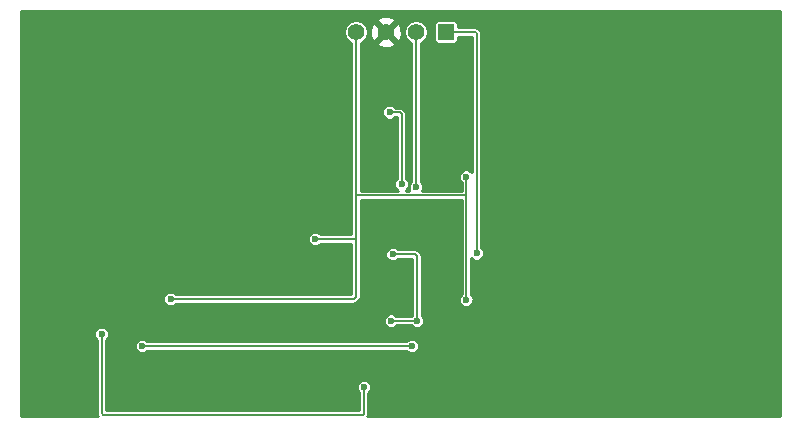
<source format=gbl>
G04 (created by PCBNEW (22-Jun-2014 BZR 4027)-stable) date Wed 20 Dec 2017 04:57:12 PM CST*
%MOIN*%
G04 Gerber Fmt 3.4, Leading zero omitted, Abs format*
%FSLAX34Y34*%
G01*
G70*
G90*
G04 APERTURE LIST*
%ADD10C,0.00393701*%
%ADD11R,0.055X0.055*%
%ADD12C,0.055*%
%ADD13C,0.023622*%
%ADD14C,0.00708661*%
%ADD15C,0.01*%
G04 APERTURE END LIST*
G54D10*
G54D11*
X100980Y-63840D03*
G54D12*
X99980Y-63840D03*
X98980Y-63840D03*
X97980Y-63840D03*
G54D13*
X101660Y-72760D03*
X101660Y-68660D03*
X96620Y-70740D03*
X91800Y-72740D03*
X89500Y-73920D03*
X98240Y-75680D03*
X98740Y-65280D03*
X98740Y-67700D03*
X97500Y-67700D03*
X89600Y-65500D03*
X95580Y-65500D03*
X87580Y-76300D03*
X87580Y-73920D03*
X100020Y-74640D03*
X99140Y-74640D03*
X99201Y-71238D03*
X100020Y-73460D03*
X99140Y-73460D03*
X102000Y-71220D03*
X99980Y-69020D03*
X90840Y-74300D03*
X99840Y-74300D03*
X99100Y-66520D03*
X99500Y-68920D03*
G54D14*
X101660Y-68660D02*
X101660Y-72760D01*
X97980Y-69280D02*
X101600Y-69280D01*
X101660Y-69220D02*
X101660Y-68660D01*
X101600Y-69280D02*
X101660Y-69220D01*
X97980Y-70740D02*
X96620Y-70740D01*
X97980Y-72660D02*
X97980Y-70740D01*
X97980Y-70740D02*
X97980Y-69280D01*
X97980Y-69280D02*
X97980Y-63840D01*
X97900Y-72740D02*
X97980Y-72660D01*
X91800Y-72740D02*
X97900Y-72740D01*
X89580Y-76600D02*
X89560Y-76600D01*
X89500Y-76500D02*
X89500Y-73920D01*
X98240Y-75680D02*
X98240Y-76560D01*
X98240Y-76560D02*
X98200Y-76600D01*
X98200Y-76600D02*
X89580Y-76600D01*
X89500Y-76540D02*
X89500Y-76500D01*
X89560Y-76600D02*
X89500Y-76540D01*
X98740Y-65660D02*
X98740Y-65280D01*
X98740Y-67700D02*
X98740Y-65660D01*
X97500Y-65620D02*
X97500Y-65540D01*
X97500Y-67700D02*
X97500Y-65620D01*
X95580Y-65500D02*
X97380Y-65500D01*
X97460Y-65500D02*
X97380Y-65500D01*
X97500Y-65540D02*
X97460Y-65500D01*
X89600Y-65500D02*
X95580Y-65500D01*
X87580Y-73920D02*
X87580Y-76300D01*
X99140Y-74640D02*
X100020Y-74640D01*
X99201Y-71238D02*
X99958Y-71238D01*
X100020Y-73460D02*
X100020Y-72056D01*
X100020Y-71300D02*
X100020Y-72056D01*
X99958Y-71238D02*
X100020Y-71300D01*
X99140Y-73460D02*
X100020Y-73460D01*
X101900Y-63840D02*
X101960Y-63840D01*
X102000Y-71220D02*
X102000Y-63940D01*
X100980Y-63840D02*
X101900Y-63840D01*
X102000Y-63880D02*
X102000Y-63940D01*
X101960Y-63840D02*
X102000Y-63880D01*
X99980Y-69020D02*
X99980Y-63840D01*
X99800Y-74300D02*
X99840Y-74300D01*
X90840Y-74300D02*
X99260Y-74300D01*
X99260Y-74300D02*
X99800Y-74300D01*
X99440Y-66520D02*
X99100Y-66520D01*
X99500Y-66580D02*
X99440Y-66520D01*
X99500Y-68920D02*
X99500Y-66580D01*
G54D10*
G36*
X112099Y-76649D02*
X102239Y-76649D01*
X102239Y-71172D01*
X102202Y-71084D01*
X102156Y-71038D01*
X102156Y-63940D01*
X102156Y-63880D01*
X102144Y-63820D01*
X102110Y-63769D01*
X102070Y-63729D01*
X102019Y-63695D01*
X101960Y-63683D01*
X101900Y-63683D01*
X101375Y-63683D01*
X101375Y-63541D01*
X101357Y-63496D01*
X101323Y-63462D01*
X101279Y-63444D01*
X101231Y-63444D01*
X100681Y-63444D01*
X100636Y-63462D01*
X100602Y-63496D01*
X100584Y-63540D01*
X100584Y-63588D01*
X100584Y-64138D01*
X100602Y-64183D01*
X100636Y-64217D01*
X100680Y-64235D01*
X100728Y-64235D01*
X101278Y-64235D01*
X101323Y-64217D01*
X101357Y-64183D01*
X101375Y-64139D01*
X101375Y-64091D01*
X101375Y-63996D01*
X101843Y-63996D01*
X101843Y-68505D01*
X101795Y-68457D01*
X101707Y-68421D01*
X101612Y-68420D01*
X101524Y-68457D01*
X101457Y-68524D01*
X101421Y-68612D01*
X101420Y-68707D01*
X101457Y-68795D01*
X101503Y-68841D01*
X101503Y-69123D01*
X100195Y-69123D01*
X100218Y-69067D01*
X100219Y-68972D01*
X100182Y-68884D01*
X100136Y-68838D01*
X100136Y-64203D01*
X100203Y-64175D01*
X100315Y-64064D01*
X100375Y-63919D01*
X100375Y-63761D01*
X100315Y-63616D01*
X100204Y-63504D01*
X100059Y-63444D01*
X99901Y-63444D01*
X99756Y-63504D01*
X99644Y-63615D01*
X99584Y-63760D01*
X99584Y-63918D01*
X99644Y-64063D01*
X99755Y-64175D01*
X99823Y-64203D01*
X99823Y-68838D01*
X99777Y-68884D01*
X99741Y-68972D01*
X99740Y-69067D01*
X99764Y-69123D01*
X99632Y-69123D01*
X99635Y-69122D01*
X99702Y-69055D01*
X99738Y-68967D01*
X99739Y-68872D01*
X99702Y-68784D01*
X99656Y-68738D01*
X99656Y-66580D01*
X99646Y-66530D01*
X99644Y-66520D01*
X99644Y-66520D01*
X99610Y-66469D01*
X99550Y-66409D01*
X99509Y-66382D01*
X99509Y-63915D01*
X99498Y-63707D01*
X99440Y-63567D01*
X99347Y-63542D01*
X99277Y-63613D01*
X99277Y-63472D01*
X99252Y-63379D01*
X99055Y-63310D01*
X98847Y-63321D01*
X98707Y-63379D01*
X98682Y-63472D01*
X98980Y-63769D01*
X99277Y-63472D01*
X99277Y-63613D01*
X99050Y-63840D01*
X99347Y-64137D01*
X99440Y-64112D01*
X99509Y-63915D01*
X99509Y-66382D01*
X99499Y-66375D01*
X99440Y-66363D01*
X99281Y-66363D01*
X99277Y-66359D01*
X99277Y-64207D01*
X98980Y-63910D01*
X98909Y-63981D01*
X98909Y-63840D01*
X98612Y-63542D01*
X98519Y-63567D01*
X98450Y-63764D01*
X98461Y-63972D01*
X98519Y-64112D01*
X98612Y-64137D01*
X98909Y-63840D01*
X98909Y-63981D01*
X98682Y-64207D01*
X98707Y-64300D01*
X98904Y-64369D01*
X99112Y-64358D01*
X99252Y-64300D01*
X99277Y-64207D01*
X99277Y-66359D01*
X99235Y-66317D01*
X99147Y-66281D01*
X99052Y-66280D01*
X98964Y-66317D01*
X98897Y-66384D01*
X98861Y-66472D01*
X98860Y-66567D01*
X98897Y-66655D01*
X98964Y-66722D01*
X99052Y-66758D01*
X99147Y-66759D01*
X99235Y-66722D01*
X99281Y-66676D01*
X99343Y-66676D01*
X99343Y-68738D01*
X99297Y-68784D01*
X99261Y-68872D01*
X99260Y-68967D01*
X99297Y-69055D01*
X99364Y-69122D01*
X99367Y-69123D01*
X98136Y-69123D01*
X98136Y-64203D01*
X98203Y-64175D01*
X98315Y-64064D01*
X98375Y-63919D01*
X98375Y-63761D01*
X98315Y-63616D01*
X98204Y-63504D01*
X98059Y-63444D01*
X97901Y-63444D01*
X97756Y-63504D01*
X97644Y-63615D01*
X97584Y-63760D01*
X97584Y-63918D01*
X97644Y-64063D01*
X97755Y-64175D01*
X97823Y-64203D01*
X97823Y-69280D01*
X97823Y-70583D01*
X96801Y-70583D01*
X96755Y-70537D01*
X96667Y-70501D01*
X96572Y-70500D01*
X96484Y-70537D01*
X96417Y-70604D01*
X96381Y-70692D01*
X96380Y-70787D01*
X96417Y-70875D01*
X96484Y-70942D01*
X96572Y-70978D01*
X96667Y-70979D01*
X96755Y-70942D01*
X96801Y-70896D01*
X97823Y-70896D01*
X97823Y-72583D01*
X91981Y-72583D01*
X91935Y-72537D01*
X91847Y-72501D01*
X91752Y-72500D01*
X91664Y-72537D01*
X91597Y-72604D01*
X91561Y-72692D01*
X91560Y-72787D01*
X91597Y-72875D01*
X91664Y-72942D01*
X91752Y-72978D01*
X91847Y-72979D01*
X91935Y-72942D01*
X91981Y-72896D01*
X97900Y-72896D01*
X97900Y-72896D01*
X97959Y-72884D01*
X98010Y-72850D01*
X98090Y-72770D01*
X98090Y-72770D01*
X98124Y-72719D01*
X98124Y-72719D01*
X98126Y-72709D01*
X98136Y-72660D01*
X98136Y-72660D01*
X98136Y-70740D01*
X98136Y-69436D01*
X101503Y-69436D01*
X101503Y-72578D01*
X101457Y-72624D01*
X101421Y-72712D01*
X101420Y-72807D01*
X101457Y-72895D01*
X101524Y-72962D01*
X101612Y-72998D01*
X101707Y-72999D01*
X101795Y-72962D01*
X101862Y-72895D01*
X101898Y-72807D01*
X101899Y-72712D01*
X101862Y-72624D01*
X101816Y-72578D01*
X101816Y-71374D01*
X101864Y-71422D01*
X101952Y-71458D01*
X102047Y-71459D01*
X102135Y-71422D01*
X102202Y-71355D01*
X102238Y-71267D01*
X102239Y-71172D01*
X102239Y-76649D01*
X100259Y-76649D01*
X100259Y-73412D01*
X100222Y-73324D01*
X100176Y-73278D01*
X100176Y-72056D01*
X100176Y-71300D01*
X100164Y-71240D01*
X100130Y-71189D01*
X100068Y-71127D01*
X100018Y-71094D01*
X99958Y-71082D01*
X99383Y-71082D01*
X99337Y-71035D01*
X99249Y-70999D01*
X99154Y-70999D01*
X99066Y-71035D01*
X98999Y-71102D01*
X98962Y-71190D01*
X98962Y-71285D01*
X98998Y-71373D01*
X99066Y-71440D01*
X99153Y-71477D01*
X99248Y-71477D01*
X99336Y-71441D01*
X99383Y-71394D01*
X99863Y-71394D01*
X99863Y-72056D01*
X99863Y-73278D01*
X99838Y-73303D01*
X99321Y-73303D01*
X99275Y-73257D01*
X99187Y-73221D01*
X99092Y-73220D01*
X99004Y-73257D01*
X98937Y-73324D01*
X98901Y-73412D01*
X98900Y-73507D01*
X98937Y-73595D01*
X99004Y-73662D01*
X99092Y-73698D01*
X99187Y-73699D01*
X99275Y-73662D01*
X99321Y-73616D01*
X99838Y-73616D01*
X99884Y-73662D01*
X99972Y-73698D01*
X100067Y-73699D01*
X100155Y-73662D01*
X100222Y-73595D01*
X100258Y-73507D01*
X100259Y-73412D01*
X100259Y-76649D01*
X100079Y-76649D01*
X100079Y-74252D01*
X100042Y-74164D01*
X99975Y-74097D01*
X99887Y-74061D01*
X99792Y-74060D01*
X99704Y-74097D01*
X99658Y-74143D01*
X99260Y-74143D01*
X91021Y-74143D01*
X90975Y-74097D01*
X90887Y-74061D01*
X90792Y-74060D01*
X90704Y-74097D01*
X90637Y-74164D01*
X90601Y-74252D01*
X90600Y-74347D01*
X90637Y-74435D01*
X90704Y-74502D01*
X90792Y-74538D01*
X90887Y-74539D01*
X90975Y-74502D01*
X91021Y-74456D01*
X99260Y-74456D01*
X99658Y-74456D01*
X99704Y-74502D01*
X99792Y-74538D01*
X99887Y-74539D01*
X99975Y-74502D01*
X100042Y-74435D01*
X100078Y-74347D01*
X100079Y-74252D01*
X100079Y-76649D01*
X98364Y-76649D01*
X98384Y-76619D01*
X98396Y-76560D01*
X98396Y-76560D01*
X98396Y-75861D01*
X98442Y-75815D01*
X98478Y-75727D01*
X98479Y-75632D01*
X98442Y-75544D01*
X98375Y-75477D01*
X98287Y-75441D01*
X98192Y-75440D01*
X98104Y-75477D01*
X98037Y-75544D01*
X98001Y-75632D01*
X98000Y-75727D01*
X98037Y-75815D01*
X98083Y-75861D01*
X98083Y-76443D01*
X89656Y-76443D01*
X89656Y-74101D01*
X89702Y-74055D01*
X89738Y-73967D01*
X89739Y-73872D01*
X89702Y-73784D01*
X89635Y-73717D01*
X89547Y-73681D01*
X89452Y-73680D01*
X89364Y-73717D01*
X89297Y-73784D01*
X89261Y-73872D01*
X89260Y-73967D01*
X89297Y-74055D01*
X89343Y-74101D01*
X89343Y-76500D01*
X89343Y-76540D01*
X89355Y-76599D01*
X89388Y-76649D01*
X86800Y-76649D01*
X86800Y-63150D01*
X112099Y-63150D01*
X112099Y-76649D01*
X112099Y-76649D01*
G37*
G54D15*
X112099Y-76649D02*
X102239Y-76649D01*
X102239Y-71172D01*
X102202Y-71084D01*
X102156Y-71038D01*
X102156Y-63940D01*
X102156Y-63880D01*
X102144Y-63820D01*
X102110Y-63769D01*
X102070Y-63729D01*
X102019Y-63695D01*
X101960Y-63683D01*
X101900Y-63683D01*
X101375Y-63683D01*
X101375Y-63541D01*
X101357Y-63496D01*
X101323Y-63462D01*
X101279Y-63444D01*
X101231Y-63444D01*
X100681Y-63444D01*
X100636Y-63462D01*
X100602Y-63496D01*
X100584Y-63540D01*
X100584Y-63588D01*
X100584Y-64138D01*
X100602Y-64183D01*
X100636Y-64217D01*
X100680Y-64235D01*
X100728Y-64235D01*
X101278Y-64235D01*
X101323Y-64217D01*
X101357Y-64183D01*
X101375Y-64139D01*
X101375Y-64091D01*
X101375Y-63996D01*
X101843Y-63996D01*
X101843Y-68505D01*
X101795Y-68457D01*
X101707Y-68421D01*
X101612Y-68420D01*
X101524Y-68457D01*
X101457Y-68524D01*
X101421Y-68612D01*
X101420Y-68707D01*
X101457Y-68795D01*
X101503Y-68841D01*
X101503Y-69123D01*
X100195Y-69123D01*
X100218Y-69067D01*
X100219Y-68972D01*
X100182Y-68884D01*
X100136Y-68838D01*
X100136Y-64203D01*
X100203Y-64175D01*
X100315Y-64064D01*
X100375Y-63919D01*
X100375Y-63761D01*
X100315Y-63616D01*
X100204Y-63504D01*
X100059Y-63444D01*
X99901Y-63444D01*
X99756Y-63504D01*
X99644Y-63615D01*
X99584Y-63760D01*
X99584Y-63918D01*
X99644Y-64063D01*
X99755Y-64175D01*
X99823Y-64203D01*
X99823Y-68838D01*
X99777Y-68884D01*
X99741Y-68972D01*
X99740Y-69067D01*
X99764Y-69123D01*
X99632Y-69123D01*
X99635Y-69122D01*
X99702Y-69055D01*
X99738Y-68967D01*
X99739Y-68872D01*
X99702Y-68784D01*
X99656Y-68738D01*
X99656Y-66580D01*
X99646Y-66530D01*
X99644Y-66520D01*
X99644Y-66520D01*
X99610Y-66469D01*
X99550Y-66409D01*
X99509Y-66382D01*
X99509Y-63915D01*
X99498Y-63707D01*
X99440Y-63567D01*
X99347Y-63542D01*
X99277Y-63613D01*
X99277Y-63472D01*
X99252Y-63379D01*
X99055Y-63310D01*
X98847Y-63321D01*
X98707Y-63379D01*
X98682Y-63472D01*
X98980Y-63769D01*
X99277Y-63472D01*
X99277Y-63613D01*
X99050Y-63840D01*
X99347Y-64137D01*
X99440Y-64112D01*
X99509Y-63915D01*
X99509Y-66382D01*
X99499Y-66375D01*
X99440Y-66363D01*
X99281Y-66363D01*
X99277Y-66359D01*
X99277Y-64207D01*
X98980Y-63910D01*
X98909Y-63981D01*
X98909Y-63840D01*
X98612Y-63542D01*
X98519Y-63567D01*
X98450Y-63764D01*
X98461Y-63972D01*
X98519Y-64112D01*
X98612Y-64137D01*
X98909Y-63840D01*
X98909Y-63981D01*
X98682Y-64207D01*
X98707Y-64300D01*
X98904Y-64369D01*
X99112Y-64358D01*
X99252Y-64300D01*
X99277Y-64207D01*
X99277Y-66359D01*
X99235Y-66317D01*
X99147Y-66281D01*
X99052Y-66280D01*
X98964Y-66317D01*
X98897Y-66384D01*
X98861Y-66472D01*
X98860Y-66567D01*
X98897Y-66655D01*
X98964Y-66722D01*
X99052Y-66758D01*
X99147Y-66759D01*
X99235Y-66722D01*
X99281Y-66676D01*
X99343Y-66676D01*
X99343Y-68738D01*
X99297Y-68784D01*
X99261Y-68872D01*
X99260Y-68967D01*
X99297Y-69055D01*
X99364Y-69122D01*
X99367Y-69123D01*
X98136Y-69123D01*
X98136Y-64203D01*
X98203Y-64175D01*
X98315Y-64064D01*
X98375Y-63919D01*
X98375Y-63761D01*
X98315Y-63616D01*
X98204Y-63504D01*
X98059Y-63444D01*
X97901Y-63444D01*
X97756Y-63504D01*
X97644Y-63615D01*
X97584Y-63760D01*
X97584Y-63918D01*
X97644Y-64063D01*
X97755Y-64175D01*
X97823Y-64203D01*
X97823Y-69280D01*
X97823Y-70583D01*
X96801Y-70583D01*
X96755Y-70537D01*
X96667Y-70501D01*
X96572Y-70500D01*
X96484Y-70537D01*
X96417Y-70604D01*
X96381Y-70692D01*
X96380Y-70787D01*
X96417Y-70875D01*
X96484Y-70942D01*
X96572Y-70978D01*
X96667Y-70979D01*
X96755Y-70942D01*
X96801Y-70896D01*
X97823Y-70896D01*
X97823Y-72583D01*
X91981Y-72583D01*
X91935Y-72537D01*
X91847Y-72501D01*
X91752Y-72500D01*
X91664Y-72537D01*
X91597Y-72604D01*
X91561Y-72692D01*
X91560Y-72787D01*
X91597Y-72875D01*
X91664Y-72942D01*
X91752Y-72978D01*
X91847Y-72979D01*
X91935Y-72942D01*
X91981Y-72896D01*
X97900Y-72896D01*
X97900Y-72896D01*
X97959Y-72884D01*
X98010Y-72850D01*
X98090Y-72770D01*
X98090Y-72770D01*
X98124Y-72719D01*
X98124Y-72719D01*
X98126Y-72709D01*
X98136Y-72660D01*
X98136Y-72660D01*
X98136Y-70740D01*
X98136Y-69436D01*
X101503Y-69436D01*
X101503Y-72578D01*
X101457Y-72624D01*
X101421Y-72712D01*
X101420Y-72807D01*
X101457Y-72895D01*
X101524Y-72962D01*
X101612Y-72998D01*
X101707Y-72999D01*
X101795Y-72962D01*
X101862Y-72895D01*
X101898Y-72807D01*
X101899Y-72712D01*
X101862Y-72624D01*
X101816Y-72578D01*
X101816Y-71374D01*
X101864Y-71422D01*
X101952Y-71458D01*
X102047Y-71459D01*
X102135Y-71422D01*
X102202Y-71355D01*
X102238Y-71267D01*
X102239Y-71172D01*
X102239Y-76649D01*
X100259Y-76649D01*
X100259Y-73412D01*
X100222Y-73324D01*
X100176Y-73278D01*
X100176Y-72056D01*
X100176Y-71300D01*
X100164Y-71240D01*
X100130Y-71189D01*
X100068Y-71127D01*
X100018Y-71094D01*
X99958Y-71082D01*
X99383Y-71082D01*
X99337Y-71035D01*
X99249Y-70999D01*
X99154Y-70999D01*
X99066Y-71035D01*
X98999Y-71102D01*
X98962Y-71190D01*
X98962Y-71285D01*
X98998Y-71373D01*
X99066Y-71440D01*
X99153Y-71477D01*
X99248Y-71477D01*
X99336Y-71441D01*
X99383Y-71394D01*
X99863Y-71394D01*
X99863Y-72056D01*
X99863Y-73278D01*
X99838Y-73303D01*
X99321Y-73303D01*
X99275Y-73257D01*
X99187Y-73221D01*
X99092Y-73220D01*
X99004Y-73257D01*
X98937Y-73324D01*
X98901Y-73412D01*
X98900Y-73507D01*
X98937Y-73595D01*
X99004Y-73662D01*
X99092Y-73698D01*
X99187Y-73699D01*
X99275Y-73662D01*
X99321Y-73616D01*
X99838Y-73616D01*
X99884Y-73662D01*
X99972Y-73698D01*
X100067Y-73699D01*
X100155Y-73662D01*
X100222Y-73595D01*
X100258Y-73507D01*
X100259Y-73412D01*
X100259Y-76649D01*
X100079Y-76649D01*
X100079Y-74252D01*
X100042Y-74164D01*
X99975Y-74097D01*
X99887Y-74061D01*
X99792Y-74060D01*
X99704Y-74097D01*
X99658Y-74143D01*
X99260Y-74143D01*
X91021Y-74143D01*
X90975Y-74097D01*
X90887Y-74061D01*
X90792Y-74060D01*
X90704Y-74097D01*
X90637Y-74164D01*
X90601Y-74252D01*
X90600Y-74347D01*
X90637Y-74435D01*
X90704Y-74502D01*
X90792Y-74538D01*
X90887Y-74539D01*
X90975Y-74502D01*
X91021Y-74456D01*
X99260Y-74456D01*
X99658Y-74456D01*
X99704Y-74502D01*
X99792Y-74538D01*
X99887Y-74539D01*
X99975Y-74502D01*
X100042Y-74435D01*
X100078Y-74347D01*
X100079Y-74252D01*
X100079Y-76649D01*
X98364Y-76649D01*
X98384Y-76619D01*
X98396Y-76560D01*
X98396Y-76560D01*
X98396Y-75861D01*
X98442Y-75815D01*
X98478Y-75727D01*
X98479Y-75632D01*
X98442Y-75544D01*
X98375Y-75477D01*
X98287Y-75441D01*
X98192Y-75440D01*
X98104Y-75477D01*
X98037Y-75544D01*
X98001Y-75632D01*
X98000Y-75727D01*
X98037Y-75815D01*
X98083Y-75861D01*
X98083Y-76443D01*
X89656Y-76443D01*
X89656Y-74101D01*
X89702Y-74055D01*
X89738Y-73967D01*
X89739Y-73872D01*
X89702Y-73784D01*
X89635Y-73717D01*
X89547Y-73681D01*
X89452Y-73680D01*
X89364Y-73717D01*
X89297Y-73784D01*
X89261Y-73872D01*
X89260Y-73967D01*
X89297Y-74055D01*
X89343Y-74101D01*
X89343Y-76500D01*
X89343Y-76540D01*
X89355Y-76599D01*
X89388Y-76649D01*
X86800Y-76649D01*
X86800Y-63150D01*
X112099Y-63150D01*
X112099Y-76649D01*
M02*

</source>
